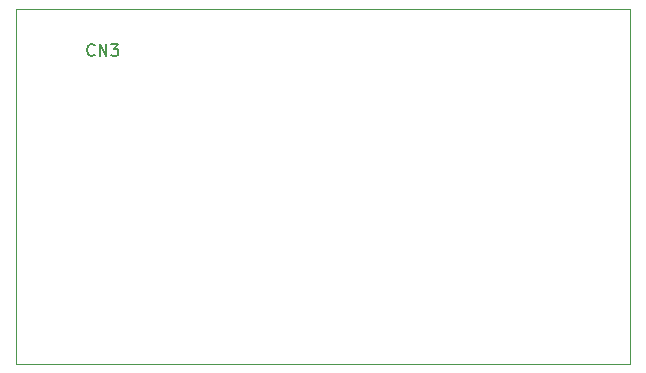
<source format=gbr>
G04 #@! TF.FileFunction,Legend,Bot*
%FSLAX46Y46*%
G04 Gerber Fmt 4.6, Leading zero omitted, Abs format (unit mm)*
G04 Created by KiCad (PCBNEW 4.0.2+dfsg1-stable) date mer 23 gen 2019 10:30:30 CET*
%MOMM*%
G01*
G04 APERTURE LIST*
%ADD10C,0.100000*%
%ADD11C,0.150000*%
G04 APERTURE END LIST*
D10*
X173697120Y-70957440D02*
X121697120Y-70957440D01*
X173697120Y-100957440D02*
X173697120Y-70957440D01*
X121697120Y-100957440D02*
X173697120Y-100957440D01*
X121697120Y-70957440D02*
X121697120Y-100957440D01*
D11*
X128350064Y-74820863D02*
X128302445Y-74868482D01*
X128159588Y-74916101D01*
X128064350Y-74916101D01*
X127921492Y-74868482D01*
X127826254Y-74773244D01*
X127778635Y-74678006D01*
X127731016Y-74487530D01*
X127731016Y-74344672D01*
X127778635Y-74154196D01*
X127826254Y-74058958D01*
X127921492Y-73963720D01*
X128064350Y-73916101D01*
X128159588Y-73916101D01*
X128302445Y-73963720D01*
X128350064Y-74011339D01*
X128778635Y-74916101D02*
X128778635Y-73916101D01*
X129350064Y-74916101D01*
X129350064Y-73916101D01*
X129731016Y-73916101D02*
X130350064Y-73916101D01*
X130016730Y-74297053D01*
X130159588Y-74297053D01*
X130254826Y-74344672D01*
X130302445Y-74392291D01*
X130350064Y-74487530D01*
X130350064Y-74725625D01*
X130302445Y-74820863D01*
X130254826Y-74868482D01*
X130159588Y-74916101D01*
X129873873Y-74916101D01*
X129778635Y-74868482D01*
X129731016Y-74820863D01*
M02*

</source>
